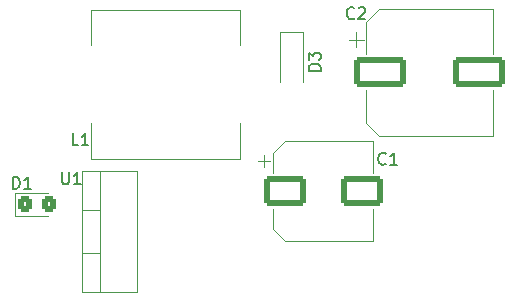
<source format=gto>
G04 #@! TF.GenerationSoftware,KiCad,Pcbnew,(6.0.9)*
G04 #@! TF.CreationDate,2023-01-18T17:10:32+01:00*
G04 #@! TF.ProjectId,buck,6275636b-2e6b-4696-9361-645f70636258,rev?*
G04 #@! TF.SameCoordinates,Original*
G04 #@! TF.FileFunction,Legend,Top*
G04 #@! TF.FilePolarity,Positive*
%FSLAX46Y46*%
G04 Gerber Fmt 4.6, Leading zero omitted, Abs format (unit mm)*
G04 Created by KiCad (PCBNEW (6.0.9)) date 2023-01-18 17:10:32*
%MOMM*%
%LPD*%
G01*
G04 APERTURE LIST*
G04 Aperture macros list*
%AMRoundRect*
0 Rectangle with rounded corners*
0 $1 Rounding radius*
0 $2 $3 $4 $5 $6 $7 $8 $9 X,Y pos of 4 corners*
0 Add a 4 corners polygon primitive as box body*
4,1,4,$2,$3,$4,$5,$6,$7,$8,$9,$2,$3,0*
0 Add four circle primitives for the rounded corners*
1,1,$1+$1,$2,$3*
1,1,$1+$1,$4,$5*
1,1,$1+$1,$6,$7*
1,1,$1+$1,$8,$9*
0 Add four rect primitives between the rounded corners*
20,1,$1+$1,$2,$3,$4,$5,0*
20,1,$1+$1,$4,$5,$6,$7,0*
20,1,$1+$1,$6,$7,$8,$9,0*
20,1,$1+$1,$8,$9,$2,$3,0*%
G04 Aperture macros list end*
%ADD10C,0.150000*%
%ADD11C,0.120000*%
%ADD12RoundRect,0.250000X-1.500000X-1.000000X1.500000X-1.000000X1.500000X1.000000X-1.500000X1.000000X0*%
%ADD13RoundRect,0.250000X-1.950000X-1.000000X1.950000X-1.000000X1.950000X1.000000X-1.950000X1.000000X0*%
%ADD14R,2.900000X5.400000*%
%ADD15C,5.400000*%
%ADD16RoundRect,0.250000X-0.325000X-0.450000X0.325000X-0.450000X0.325000X0.450000X-0.325000X0.450000X0*%
%ADD17R,1.800000X1.275000*%
%ADD18O,1.800000X1.275000*%
%ADD19R,1.700000X1.300000*%
%ADD20R,1.700000X1.700000*%
%ADD21O,1.700000X1.700000*%
G04 APERTURE END LIST*
D10*
X142708333Y-95734142D02*
X142660714Y-95781761D01*
X142517857Y-95829380D01*
X142422619Y-95829380D01*
X142279761Y-95781761D01*
X142184523Y-95686523D01*
X142136904Y-95591285D01*
X142089285Y-95400809D01*
X142089285Y-95257952D01*
X142136904Y-95067476D01*
X142184523Y-94972238D01*
X142279761Y-94877000D01*
X142422619Y-94829380D01*
X142517857Y-94829380D01*
X142660714Y-94877000D01*
X142708333Y-94924619D01*
X143660714Y-95829380D02*
X143089285Y-95829380D01*
X143375000Y-95829380D02*
X143375000Y-94829380D01*
X143279761Y-94972238D01*
X143184523Y-95067476D01*
X143089285Y-95115095D01*
X140041333Y-83415142D02*
X139993714Y-83462761D01*
X139850857Y-83510380D01*
X139755619Y-83510380D01*
X139612761Y-83462761D01*
X139517523Y-83367523D01*
X139469904Y-83272285D01*
X139422285Y-83081809D01*
X139422285Y-82938952D01*
X139469904Y-82748476D01*
X139517523Y-82653238D01*
X139612761Y-82558000D01*
X139755619Y-82510380D01*
X139850857Y-82510380D01*
X139993714Y-82558000D01*
X140041333Y-82605619D01*
X140422285Y-82605619D02*
X140469904Y-82558000D01*
X140565142Y-82510380D01*
X140803238Y-82510380D01*
X140898476Y-82558000D01*
X140946095Y-82605619D01*
X140993714Y-82700857D01*
X140993714Y-82796095D01*
X140946095Y-82938952D01*
X140374666Y-83510380D01*
X140993714Y-83510380D01*
X116673333Y-94178380D02*
X116197142Y-94178380D01*
X116197142Y-93178380D01*
X117530476Y-94178380D02*
X116959047Y-94178380D01*
X117244761Y-94178380D02*
X117244761Y-93178380D01*
X117149523Y-93321238D01*
X117054285Y-93416476D01*
X116959047Y-93464095D01*
X111148904Y-97861380D02*
X111148904Y-96861380D01*
X111387000Y-96861380D01*
X111529857Y-96909000D01*
X111625095Y-97004238D01*
X111672714Y-97099476D01*
X111720333Y-97289952D01*
X111720333Y-97432809D01*
X111672714Y-97623285D01*
X111625095Y-97718523D01*
X111529857Y-97813761D01*
X111387000Y-97861380D01*
X111148904Y-97861380D01*
X112672714Y-97861380D02*
X112101285Y-97861380D01*
X112387000Y-97861380D02*
X112387000Y-96861380D01*
X112291761Y-97004238D01*
X112196523Y-97099476D01*
X112101285Y-97147095D01*
X115316095Y-96480380D02*
X115316095Y-97289904D01*
X115363714Y-97385142D01*
X115411333Y-97432761D01*
X115506571Y-97480380D01*
X115697047Y-97480380D01*
X115792285Y-97432761D01*
X115839904Y-97385142D01*
X115887523Y-97289904D01*
X115887523Y-96480380D01*
X116887523Y-97480380D02*
X116316095Y-97480380D01*
X116601809Y-97480380D02*
X116601809Y-96480380D01*
X116506571Y-96623238D01*
X116411333Y-96718476D01*
X116316095Y-96766095D01*
X137199380Y-87860095D02*
X136199380Y-87860095D01*
X136199380Y-87622000D01*
X136247000Y-87479142D01*
X136342238Y-87383904D01*
X136437476Y-87336285D01*
X136627952Y-87288666D01*
X136770809Y-87288666D01*
X136961285Y-87336285D01*
X137056523Y-87383904D01*
X137151761Y-87479142D01*
X137199380Y-87622000D01*
X137199380Y-87860095D01*
X136199380Y-86955333D02*
X136199380Y-86336285D01*
X136580333Y-86669619D01*
X136580333Y-86526761D01*
X136627952Y-86431523D01*
X136675571Y-86383904D01*
X136770809Y-86336285D01*
X137008904Y-86336285D01*
X137104142Y-86383904D01*
X137151761Y-86431523D01*
X137199380Y-86526761D01*
X137199380Y-86812476D01*
X137151761Y-86907714D01*
X137104142Y-86955333D01*
D11*
X133154000Y-101239563D02*
X134218437Y-102304000D01*
X141674000Y-102304000D02*
X141674000Y-99554000D01*
X132414000Y-95034000D02*
X132414000Y-96034000D01*
X134218437Y-93784000D02*
X141674000Y-93784000D01*
X134218437Y-102304000D02*
X141674000Y-102304000D01*
X133154000Y-94848437D02*
X133154000Y-96534000D01*
X141674000Y-93784000D02*
X141674000Y-96534000D01*
X131914000Y-95534000D02*
X132914000Y-95534000D01*
X133154000Y-101239563D02*
X133154000Y-99554000D01*
X133154000Y-94848437D02*
X134218437Y-93784000D01*
X141071000Y-83715437D02*
X142135437Y-82651000D01*
X151791000Y-93371000D02*
X151791000Y-89521000D01*
X140206000Y-84626000D02*
X140206000Y-85876000D01*
X141071000Y-92306563D02*
X141071000Y-89521000D01*
X139581000Y-85251000D02*
X140831000Y-85251000D01*
X141071000Y-92306563D02*
X142135437Y-93371000D01*
X141071000Y-83715437D02*
X141071000Y-86501000D01*
X142135437Y-82651000D02*
X151791000Y-82651000D01*
X142135437Y-93371000D02*
X151791000Y-93371000D01*
X151791000Y-82651000D02*
X151791000Y-86501000D01*
X117779000Y-85727000D02*
X117779000Y-82727000D01*
X130379000Y-82727000D02*
X130379000Y-85727000D01*
X117779000Y-95327000D02*
X117779000Y-92327000D01*
X117779000Y-82727000D02*
X130379000Y-82727000D01*
X130379000Y-95327000D02*
X117779000Y-95327000D01*
X130379000Y-92327000D02*
X130379000Y-95327000D01*
X114157000Y-98227000D02*
X111297000Y-98227000D01*
X111297000Y-100147000D02*
X114157000Y-100147000D01*
X111297000Y-98227000D02*
X111297000Y-100147000D01*
X121616000Y-106621000D02*
X121616000Y-96380000D01*
X116975000Y-103350000D02*
X118485000Y-103350000D01*
X116975000Y-96380000D02*
X121616000Y-96380000D01*
X116975000Y-99650000D02*
X118485000Y-99650000D01*
X116975000Y-106621000D02*
X116975000Y-96380000D01*
X118485000Y-106621000D02*
X118485000Y-96380000D01*
X116975000Y-106621000D02*
X121616000Y-106621000D01*
X135747000Y-88872000D02*
X135747000Y-84572000D01*
X135747000Y-84572000D02*
X133747000Y-84572000D01*
X133747000Y-84572000D02*
X133747000Y-88872000D01*
%LPC*%
D12*
X134164000Y-98044000D03*
X140664000Y-98044000D03*
D13*
X142231000Y-88011000D03*
X150631000Y-88011000D03*
D14*
X119129000Y-89027000D03*
X129029000Y-89027000D03*
D15*
X113538000Y-85979000D03*
X149225000Y-105029000D03*
D16*
X112132000Y-99187000D03*
X114182000Y-99187000D03*
D17*
X120245000Y-104900000D03*
D18*
X120245000Y-103200000D03*
X120245000Y-101500000D03*
X120245000Y-99800000D03*
X120245000Y-98100000D03*
D19*
X134747000Y-85372000D03*
X134747000Y-88872000D03*
D20*
X130459000Y-101264000D03*
D21*
X127919000Y-101264000D03*
D20*
X144145000Y-101219000D03*
X132207000Y-91948000D03*
D21*
X134747000Y-91948000D03*
X137287000Y-91948000D03*
M02*

</source>
